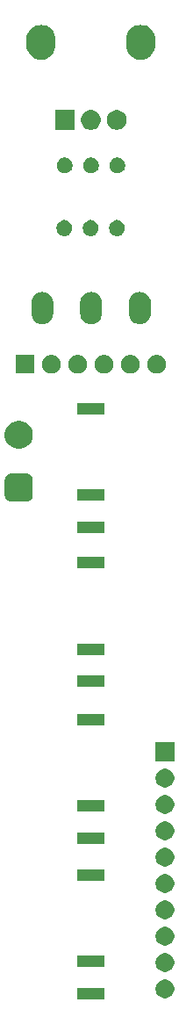
<source format=gts>
G04 #@! TF.GenerationSoftware,KiCad,Pcbnew,(5.1.5-0-10_14)*
G04 #@! TF.CreationDate,2020-08-16T11:11:37-04:00*
G04 #@! TF.ProjectId,AYOMSM - VCA Control Board,41594f4d-534d-4202-9d20-56434120436f,rev?*
G04 #@! TF.SameCoordinates,Original*
G04 #@! TF.FileFunction,Soldermask,Top*
G04 #@! TF.FilePolarity,Negative*
%FSLAX46Y46*%
G04 Gerber Fmt 4.6, Leading zero omitted, Abs format (unit mm)*
G04 Created by KiCad (PCBNEW (5.1.5-0-10_14)) date 2020-08-16 11:11:37*
%MOMM*%
%LPD*%
G04 APERTURE LIST*
%ADD10C,0.100000*%
G04 APERTURE END LIST*
D10*
G36*
X86772000Y-151811000D02*
G01*
X84170000Y-151811000D01*
X84170000Y-150709000D01*
X86772000Y-150709000D01*
X86772000Y-151811000D01*
G37*
G36*
X92760012Y-149928927D02*
G01*
X92909312Y-149958624D01*
X93073284Y-150026544D01*
X93220854Y-150125147D01*
X93346353Y-150250646D01*
X93444956Y-150398216D01*
X93512876Y-150562188D01*
X93547500Y-150736259D01*
X93547500Y-150913741D01*
X93512876Y-151087812D01*
X93444956Y-151251784D01*
X93346353Y-151399354D01*
X93220854Y-151524853D01*
X93073284Y-151623456D01*
X92909312Y-151691376D01*
X92760012Y-151721073D01*
X92735242Y-151726000D01*
X92557758Y-151726000D01*
X92532988Y-151721073D01*
X92383688Y-151691376D01*
X92219716Y-151623456D01*
X92072146Y-151524853D01*
X91946647Y-151399354D01*
X91848044Y-151251784D01*
X91780124Y-151087812D01*
X91745500Y-150913741D01*
X91745500Y-150736259D01*
X91780124Y-150562188D01*
X91848044Y-150398216D01*
X91946647Y-150250646D01*
X92072146Y-150125147D01*
X92219716Y-150026544D01*
X92383688Y-149958624D01*
X92532988Y-149928927D01*
X92557758Y-149924000D01*
X92735242Y-149924000D01*
X92760012Y-149928927D01*
G37*
G36*
X92760012Y-147388927D02*
G01*
X92909312Y-147418624D01*
X93073284Y-147486544D01*
X93220854Y-147585147D01*
X93346353Y-147710646D01*
X93444956Y-147858216D01*
X93512876Y-148022188D01*
X93547500Y-148196259D01*
X93547500Y-148373741D01*
X93512876Y-148547812D01*
X93444956Y-148711784D01*
X93346353Y-148859354D01*
X93220854Y-148984853D01*
X93073284Y-149083456D01*
X92909312Y-149151376D01*
X92760012Y-149181073D01*
X92735242Y-149186000D01*
X92557758Y-149186000D01*
X92532988Y-149181073D01*
X92383688Y-149151376D01*
X92219716Y-149083456D01*
X92072146Y-148984853D01*
X91946647Y-148859354D01*
X91848044Y-148711784D01*
X91780124Y-148547812D01*
X91745500Y-148373741D01*
X91745500Y-148196259D01*
X91780124Y-148022188D01*
X91848044Y-147858216D01*
X91946647Y-147710646D01*
X92072146Y-147585147D01*
X92219716Y-147486544D01*
X92383688Y-147418624D01*
X92532988Y-147388927D01*
X92557758Y-147384000D01*
X92735242Y-147384000D01*
X92760012Y-147388927D01*
G37*
G36*
X86772000Y-148711000D02*
G01*
X84170000Y-148711000D01*
X84170000Y-147609000D01*
X86772000Y-147609000D01*
X86772000Y-148711000D01*
G37*
G36*
X92760012Y-144848927D02*
G01*
X92909312Y-144878624D01*
X93073284Y-144946544D01*
X93220854Y-145045147D01*
X93346353Y-145170646D01*
X93444956Y-145318216D01*
X93512876Y-145482188D01*
X93547500Y-145656259D01*
X93547500Y-145833741D01*
X93512876Y-146007812D01*
X93444956Y-146171784D01*
X93346353Y-146319354D01*
X93220854Y-146444853D01*
X93073284Y-146543456D01*
X92909312Y-146611376D01*
X92760012Y-146641073D01*
X92735242Y-146646000D01*
X92557758Y-146646000D01*
X92532988Y-146641073D01*
X92383688Y-146611376D01*
X92219716Y-146543456D01*
X92072146Y-146444853D01*
X91946647Y-146319354D01*
X91848044Y-146171784D01*
X91780124Y-146007812D01*
X91745500Y-145833741D01*
X91745500Y-145656259D01*
X91780124Y-145482188D01*
X91848044Y-145318216D01*
X91946647Y-145170646D01*
X92072146Y-145045147D01*
X92219716Y-144946544D01*
X92383688Y-144878624D01*
X92532988Y-144848927D01*
X92557758Y-144844000D01*
X92735242Y-144844000D01*
X92760012Y-144848927D01*
G37*
G36*
X92760012Y-142308927D02*
G01*
X92909312Y-142338624D01*
X93073284Y-142406544D01*
X93220854Y-142505147D01*
X93346353Y-142630646D01*
X93444956Y-142778216D01*
X93512876Y-142942188D01*
X93547500Y-143116259D01*
X93547500Y-143293741D01*
X93512876Y-143467812D01*
X93444956Y-143631784D01*
X93346353Y-143779354D01*
X93220854Y-143904853D01*
X93073284Y-144003456D01*
X92909312Y-144071376D01*
X92760012Y-144101073D01*
X92735242Y-144106000D01*
X92557758Y-144106000D01*
X92532988Y-144101073D01*
X92383688Y-144071376D01*
X92219716Y-144003456D01*
X92072146Y-143904853D01*
X91946647Y-143779354D01*
X91848044Y-143631784D01*
X91780124Y-143467812D01*
X91745500Y-143293741D01*
X91745500Y-143116259D01*
X91780124Y-142942188D01*
X91848044Y-142778216D01*
X91946647Y-142630646D01*
X92072146Y-142505147D01*
X92219716Y-142406544D01*
X92383688Y-142338624D01*
X92532988Y-142308927D01*
X92557758Y-142304000D01*
X92735242Y-142304000D01*
X92760012Y-142308927D01*
G37*
G36*
X92760012Y-139768927D02*
G01*
X92909312Y-139798624D01*
X93073284Y-139866544D01*
X93220854Y-139965147D01*
X93346353Y-140090646D01*
X93444956Y-140238216D01*
X93512876Y-140402188D01*
X93547500Y-140576259D01*
X93547500Y-140753741D01*
X93512876Y-140927812D01*
X93444956Y-141091784D01*
X93346353Y-141239354D01*
X93220854Y-141364853D01*
X93073284Y-141463456D01*
X92909312Y-141531376D01*
X92760012Y-141561073D01*
X92735242Y-141566000D01*
X92557758Y-141566000D01*
X92532988Y-141561073D01*
X92383688Y-141531376D01*
X92219716Y-141463456D01*
X92072146Y-141364853D01*
X91946647Y-141239354D01*
X91848044Y-141091784D01*
X91780124Y-140927812D01*
X91745500Y-140753741D01*
X91745500Y-140576259D01*
X91780124Y-140402188D01*
X91848044Y-140238216D01*
X91946647Y-140090646D01*
X92072146Y-139965147D01*
X92219716Y-139866544D01*
X92383688Y-139798624D01*
X92532988Y-139768927D01*
X92557758Y-139764000D01*
X92735242Y-139764000D01*
X92760012Y-139768927D01*
G37*
G36*
X86772000Y-140411000D02*
G01*
X84170000Y-140411000D01*
X84170000Y-139309000D01*
X86772000Y-139309000D01*
X86772000Y-140411000D01*
G37*
G36*
X92760012Y-137228927D02*
G01*
X92909312Y-137258624D01*
X93073284Y-137326544D01*
X93220854Y-137425147D01*
X93346353Y-137550646D01*
X93444956Y-137698216D01*
X93512876Y-137862188D01*
X93547500Y-138036259D01*
X93547500Y-138213741D01*
X93512876Y-138387812D01*
X93444956Y-138551784D01*
X93346353Y-138699354D01*
X93220854Y-138824853D01*
X93073284Y-138923456D01*
X92909312Y-138991376D01*
X92760012Y-139021073D01*
X92735242Y-139026000D01*
X92557758Y-139026000D01*
X92532988Y-139021073D01*
X92383688Y-138991376D01*
X92219716Y-138923456D01*
X92072146Y-138824853D01*
X91946647Y-138699354D01*
X91848044Y-138551784D01*
X91780124Y-138387812D01*
X91745500Y-138213741D01*
X91745500Y-138036259D01*
X91780124Y-137862188D01*
X91848044Y-137698216D01*
X91946647Y-137550646D01*
X92072146Y-137425147D01*
X92219716Y-137326544D01*
X92383688Y-137258624D01*
X92532988Y-137228927D01*
X92557758Y-137224000D01*
X92735242Y-137224000D01*
X92760012Y-137228927D01*
G37*
G36*
X86772000Y-136825000D02*
G01*
X84170000Y-136825000D01*
X84170000Y-135723000D01*
X86772000Y-135723000D01*
X86772000Y-136825000D01*
G37*
G36*
X92760012Y-134688927D02*
G01*
X92909312Y-134718624D01*
X93073284Y-134786544D01*
X93220854Y-134885147D01*
X93346353Y-135010646D01*
X93444956Y-135158216D01*
X93512876Y-135322188D01*
X93547500Y-135496259D01*
X93547500Y-135673741D01*
X93512876Y-135847812D01*
X93444956Y-136011784D01*
X93346353Y-136159354D01*
X93220854Y-136284853D01*
X93073284Y-136383456D01*
X92909312Y-136451376D01*
X92760012Y-136481073D01*
X92735242Y-136486000D01*
X92557758Y-136486000D01*
X92532988Y-136481073D01*
X92383688Y-136451376D01*
X92219716Y-136383456D01*
X92072146Y-136284853D01*
X91946647Y-136159354D01*
X91848044Y-136011784D01*
X91780124Y-135847812D01*
X91745500Y-135673741D01*
X91745500Y-135496259D01*
X91780124Y-135322188D01*
X91848044Y-135158216D01*
X91946647Y-135010646D01*
X92072146Y-134885147D01*
X92219716Y-134786544D01*
X92383688Y-134718624D01*
X92532988Y-134688927D01*
X92557758Y-134684000D01*
X92735242Y-134684000D01*
X92760012Y-134688927D01*
G37*
G36*
X92760012Y-132148927D02*
G01*
X92909312Y-132178624D01*
X93073284Y-132246544D01*
X93220854Y-132345147D01*
X93346353Y-132470646D01*
X93444956Y-132618216D01*
X93512876Y-132782188D01*
X93547500Y-132956259D01*
X93547500Y-133133741D01*
X93512876Y-133307812D01*
X93444956Y-133471784D01*
X93346353Y-133619354D01*
X93220854Y-133744853D01*
X93073284Y-133843456D01*
X92909312Y-133911376D01*
X92760012Y-133941073D01*
X92735242Y-133946000D01*
X92557758Y-133946000D01*
X92532988Y-133941073D01*
X92383688Y-133911376D01*
X92219716Y-133843456D01*
X92072146Y-133744853D01*
X91946647Y-133619354D01*
X91848044Y-133471784D01*
X91780124Y-133307812D01*
X91745500Y-133133741D01*
X91745500Y-132956259D01*
X91780124Y-132782188D01*
X91848044Y-132618216D01*
X91946647Y-132470646D01*
X92072146Y-132345147D01*
X92219716Y-132246544D01*
X92383688Y-132178624D01*
X92532988Y-132148927D01*
X92557758Y-132144000D01*
X92735242Y-132144000D01*
X92760012Y-132148927D01*
G37*
G36*
X86772000Y-133725000D02*
G01*
X84170000Y-133725000D01*
X84170000Y-132623000D01*
X86772000Y-132623000D01*
X86772000Y-133725000D01*
G37*
G36*
X92760012Y-129608927D02*
G01*
X92909312Y-129638624D01*
X93073284Y-129706544D01*
X93220854Y-129805147D01*
X93346353Y-129930646D01*
X93444956Y-130078216D01*
X93512876Y-130242188D01*
X93547500Y-130416259D01*
X93547500Y-130593741D01*
X93512876Y-130767812D01*
X93444956Y-130931784D01*
X93346353Y-131079354D01*
X93220854Y-131204853D01*
X93073284Y-131303456D01*
X92909312Y-131371376D01*
X92760012Y-131401073D01*
X92735242Y-131406000D01*
X92557758Y-131406000D01*
X92532988Y-131401073D01*
X92383688Y-131371376D01*
X92219716Y-131303456D01*
X92072146Y-131204853D01*
X91946647Y-131079354D01*
X91848044Y-130931784D01*
X91780124Y-130767812D01*
X91745500Y-130593741D01*
X91745500Y-130416259D01*
X91780124Y-130242188D01*
X91848044Y-130078216D01*
X91946647Y-129930646D01*
X92072146Y-129805147D01*
X92219716Y-129706544D01*
X92383688Y-129638624D01*
X92532988Y-129608927D01*
X92557758Y-129604000D01*
X92735242Y-129604000D01*
X92760012Y-129608927D01*
G37*
G36*
X93547500Y-128866000D02*
G01*
X91745500Y-128866000D01*
X91745500Y-127064000D01*
X93547500Y-127064000D01*
X93547500Y-128866000D01*
G37*
G36*
X86772000Y-125425000D02*
G01*
X84170000Y-125425000D01*
X84170000Y-124323000D01*
X86772000Y-124323000D01*
X86772000Y-125425000D01*
G37*
G36*
X86772000Y-121712000D02*
G01*
X84170000Y-121712000D01*
X84170000Y-120610000D01*
X86772000Y-120610000D01*
X86772000Y-121712000D01*
G37*
G36*
X86772000Y-118612000D02*
G01*
X84170000Y-118612000D01*
X84170000Y-117510000D01*
X86772000Y-117510000D01*
X86772000Y-118612000D01*
G37*
G36*
X86772000Y-110312000D02*
G01*
X84170000Y-110312000D01*
X84170000Y-109210000D01*
X86772000Y-109210000D01*
X86772000Y-110312000D01*
G37*
G36*
X86772000Y-106853000D02*
G01*
X84170000Y-106853000D01*
X84170000Y-105751000D01*
X86772000Y-105751000D01*
X86772000Y-106853000D01*
G37*
G36*
X79406973Y-101150371D02*
G01*
X79521853Y-101185220D01*
X79627728Y-101241811D01*
X79720529Y-101317971D01*
X79796689Y-101410772D01*
X79853280Y-101516647D01*
X79888129Y-101631527D01*
X79900500Y-101757140D01*
X79900500Y-103220860D01*
X79888129Y-103346473D01*
X79853280Y-103461353D01*
X79796689Y-103567228D01*
X79720529Y-103660029D01*
X79627728Y-103736189D01*
X79521853Y-103792780D01*
X79406973Y-103827629D01*
X79281360Y-103840000D01*
X77817640Y-103840000D01*
X77692027Y-103827629D01*
X77577147Y-103792780D01*
X77471272Y-103736189D01*
X77378471Y-103660029D01*
X77302311Y-103567228D01*
X77245720Y-103461353D01*
X77210871Y-103346473D01*
X77198500Y-103220860D01*
X77198500Y-101757140D01*
X77210871Y-101631527D01*
X77245720Y-101516647D01*
X77302311Y-101410772D01*
X77378471Y-101317971D01*
X77471272Y-101241811D01*
X77577147Y-101185220D01*
X77692027Y-101150371D01*
X77817640Y-101138000D01*
X79281360Y-101138000D01*
X79406973Y-101150371D01*
G37*
G36*
X86772000Y-103753000D02*
G01*
X84170000Y-103753000D01*
X84170000Y-102651000D01*
X86772000Y-102651000D01*
X86772000Y-103753000D01*
G37*
G36*
X78943572Y-96109918D02*
G01*
X79189439Y-96211759D01*
X79410712Y-96359610D01*
X79598890Y-96547788D01*
X79746741Y-96769061D01*
X79848582Y-97014928D01*
X79900500Y-97275938D01*
X79900500Y-97542062D01*
X79848582Y-97803072D01*
X79746741Y-98048939D01*
X79598890Y-98270212D01*
X79410712Y-98458390D01*
X79189439Y-98606241D01*
X79189438Y-98606242D01*
X79189437Y-98606242D01*
X78943572Y-98708082D01*
X78682563Y-98760000D01*
X78416437Y-98760000D01*
X78155428Y-98708082D01*
X77909563Y-98606242D01*
X77909562Y-98606242D01*
X77909561Y-98606241D01*
X77688288Y-98458390D01*
X77500110Y-98270212D01*
X77352259Y-98048939D01*
X77250418Y-97803072D01*
X77198500Y-97542062D01*
X77198500Y-97275938D01*
X77250418Y-97014928D01*
X77352259Y-96769061D01*
X77500110Y-96547788D01*
X77688288Y-96359610D01*
X77909561Y-96211759D01*
X78155428Y-96109918D01*
X78416437Y-96058000D01*
X78682563Y-96058000D01*
X78943572Y-96109918D01*
G37*
G36*
X86772000Y-95453000D02*
G01*
X84170000Y-95453000D01*
X84170000Y-94351000D01*
X86772000Y-94351000D01*
X86772000Y-95453000D01*
G37*
G36*
X89423512Y-89718427D02*
G01*
X89572812Y-89748124D01*
X89736784Y-89816044D01*
X89884354Y-89914647D01*
X90009853Y-90040146D01*
X90108456Y-90187716D01*
X90176376Y-90351688D01*
X90211000Y-90525759D01*
X90211000Y-90703241D01*
X90176376Y-90877312D01*
X90108456Y-91041284D01*
X90009853Y-91188854D01*
X89884354Y-91314353D01*
X89736784Y-91412956D01*
X89572812Y-91480876D01*
X89423512Y-91510573D01*
X89398742Y-91515500D01*
X89221258Y-91515500D01*
X89196488Y-91510573D01*
X89047188Y-91480876D01*
X88883216Y-91412956D01*
X88735646Y-91314353D01*
X88610147Y-91188854D01*
X88511544Y-91041284D01*
X88443624Y-90877312D01*
X88409000Y-90703241D01*
X88409000Y-90525759D01*
X88443624Y-90351688D01*
X88511544Y-90187716D01*
X88610147Y-90040146D01*
X88735646Y-89914647D01*
X88883216Y-89816044D01*
X89047188Y-89748124D01*
X89196488Y-89718427D01*
X89221258Y-89713500D01*
X89398742Y-89713500D01*
X89423512Y-89718427D01*
G37*
G36*
X91963512Y-89718427D02*
G01*
X92112812Y-89748124D01*
X92276784Y-89816044D01*
X92424354Y-89914647D01*
X92549853Y-90040146D01*
X92648456Y-90187716D01*
X92716376Y-90351688D01*
X92751000Y-90525759D01*
X92751000Y-90703241D01*
X92716376Y-90877312D01*
X92648456Y-91041284D01*
X92549853Y-91188854D01*
X92424354Y-91314353D01*
X92276784Y-91412956D01*
X92112812Y-91480876D01*
X91963512Y-91510573D01*
X91938742Y-91515500D01*
X91761258Y-91515500D01*
X91736488Y-91510573D01*
X91587188Y-91480876D01*
X91423216Y-91412956D01*
X91275646Y-91314353D01*
X91150147Y-91188854D01*
X91051544Y-91041284D01*
X90983624Y-90877312D01*
X90949000Y-90703241D01*
X90949000Y-90525759D01*
X90983624Y-90351688D01*
X91051544Y-90187716D01*
X91150147Y-90040146D01*
X91275646Y-89914647D01*
X91423216Y-89816044D01*
X91587188Y-89748124D01*
X91736488Y-89718427D01*
X91761258Y-89713500D01*
X91938742Y-89713500D01*
X91963512Y-89718427D01*
G37*
G36*
X86883512Y-89718427D02*
G01*
X87032812Y-89748124D01*
X87196784Y-89816044D01*
X87344354Y-89914647D01*
X87469853Y-90040146D01*
X87568456Y-90187716D01*
X87636376Y-90351688D01*
X87671000Y-90525759D01*
X87671000Y-90703241D01*
X87636376Y-90877312D01*
X87568456Y-91041284D01*
X87469853Y-91188854D01*
X87344354Y-91314353D01*
X87196784Y-91412956D01*
X87032812Y-91480876D01*
X86883512Y-91510573D01*
X86858742Y-91515500D01*
X86681258Y-91515500D01*
X86656488Y-91510573D01*
X86507188Y-91480876D01*
X86343216Y-91412956D01*
X86195646Y-91314353D01*
X86070147Y-91188854D01*
X85971544Y-91041284D01*
X85903624Y-90877312D01*
X85869000Y-90703241D01*
X85869000Y-90525759D01*
X85903624Y-90351688D01*
X85971544Y-90187716D01*
X86070147Y-90040146D01*
X86195646Y-89914647D01*
X86343216Y-89816044D01*
X86507188Y-89748124D01*
X86656488Y-89718427D01*
X86681258Y-89713500D01*
X86858742Y-89713500D01*
X86883512Y-89718427D01*
G37*
G36*
X84343512Y-89718427D02*
G01*
X84492812Y-89748124D01*
X84656784Y-89816044D01*
X84804354Y-89914647D01*
X84929853Y-90040146D01*
X85028456Y-90187716D01*
X85096376Y-90351688D01*
X85131000Y-90525759D01*
X85131000Y-90703241D01*
X85096376Y-90877312D01*
X85028456Y-91041284D01*
X84929853Y-91188854D01*
X84804354Y-91314353D01*
X84656784Y-91412956D01*
X84492812Y-91480876D01*
X84343512Y-91510573D01*
X84318742Y-91515500D01*
X84141258Y-91515500D01*
X84116488Y-91510573D01*
X83967188Y-91480876D01*
X83803216Y-91412956D01*
X83655646Y-91314353D01*
X83530147Y-91188854D01*
X83431544Y-91041284D01*
X83363624Y-90877312D01*
X83329000Y-90703241D01*
X83329000Y-90525759D01*
X83363624Y-90351688D01*
X83431544Y-90187716D01*
X83530147Y-90040146D01*
X83655646Y-89914647D01*
X83803216Y-89816044D01*
X83967188Y-89748124D01*
X84116488Y-89718427D01*
X84141258Y-89713500D01*
X84318742Y-89713500D01*
X84343512Y-89718427D01*
G37*
G36*
X81803512Y-89718427D02*
G01*
X81952812Y-89748124D01*
X82116784Y-89816044D01*
X82264354Y-89914647D01*
X82389853Y-90040146D01*
X82488456Y-90187716D01*
X82556376Y-90351688D01*
X82591000Y-90525759D01*
X82591000Y-90703241D01*
X82556376Y-90877312D01*
X82488456Y-91041284D01*
X82389853Y-91188854D01*
X82264354Y-91314353D01*
X82116784Y-91412956D01*
X81952812Y-91480876D01*
X81803512Y-91510573D01*
X81778742Y-91515500D01*
X81601258Y-91515500D01*
X81576488Y-91510573D01*
X81427188Y-91480876D01*
X81263216Y-91412956D01*
X81115646Y-91314353D01*
X80990147Y-91188854D01*
X80891544Y-91041284D01*
X80823624Y-90877312D01*
X80789000Y-90703241D01*
X80789000Y-90525759D01*
X80823624Y-90351688D01*
X80891544Y-90187716D01*
X80990147Y-90040146D01*
X81115646Y-89914647D01*
X81263216Y-89816044D01*
X81427188Y-89748124D01*
X81576488Y-89718427D01*
X81601258Y-89713500D01*
X81778742Y-89713500D01*
X81803512Y-89718427D01*
G37*
G36*
X80051000Y-91515500D02*
G01*
X78249000Y-91515500D01*
X78249000Y-89713500D01*
X80051000Y-89713500D01*
X80051000Y-91515500D01*
G37*
G36*
X81028832Y-83654007D02*
G01*
X81226946Y-83714105D01*
X81226949Y-83714106D01*
X81323775Y-83765861D01*
X81409529Y-83811697D01*
X81569565Y-83943035D01*
X81700903Y-84103071D01*
X81746739Y-84188825D01*
X81798494Y-84285651D01*
X81798495Y-84285654D01*
X81858593Y-84483768D01*
X81873800Y-84638170D01*
X81873800Y-85741430D01*
X81858593Y-85895832D01*
X81798495Y-86093945D01*
X81798494Y-86093949D01*
X81746739Y-86190775D01*
X81700903Y-86276529D01*
X81569565Y-86436565D01*
X81409529Y-86567903D01*
X81292830Y-86630279D01*
X81226948Y-86665494D01*
X81226945Y-86665495D01*
X81028831Y-86725593D01*
X80822800Y-86745885D01*
X80616768Y-86725593D01*
X80418654Y-86665495D01*
X80418651Y-86665494D01*
X80321825Y-86613739D01*
X80236071Y-86567903D01*
X80076035Y-86436565D01*
X79944697Y-86276529D01*
X79847107Y-86093949D01*
X79847106Y-86093948D01*
X79847105Y-86093945D01*
X79787007Y-85895831D01*
X79771800Y-85741429D01*
X79771800Y-84638169D01*
X79787007Y-84483770D01*
X79847105Y-84285653D01*
X79921984Y-84145565D01*
X79944698Y-84103071D01*
X80076036Y-83943035D01*
X80236072Y-83811697D01*
X80321826Y-83765861D01*
X80418652Y-83714106D01*
X80418655Y-83714105D01*
X80616769Y-83654007D01*
X80822800Y-83633715D01*
X81028832Y-83654007D01*
G37*
G36*
X85728832Y-83654007D02*
G01*
X85926946Y-83714105D01*
X85926949Y-83714106D01*
X86023775Y-83765861D01*
X86109529Y-83811697D01*
X86269565Y-83943035D01*
X86400903Y-84103071D01*
X86446739Y-84188825D01*
X86498494Y-84285651D01*
X86498495Y-84285654D01*
X86558593Y-84483768D01*
X86573800Y-84638170D01*
X86573800Y-85741430D01*
X86558593Y-85895832D01*
X86498495Y-86093945D01*
X86498494Y-86093949D01*
X86446739Y-86190775D01*
X86400903Y-86276529D01*
X86269565Y-86436565D01*
X86109529Y-86567903D01*
X85992830Y-86630279D01*
X85926948Y-86665494D01*
X85926945Y-86665495D01*
X85728831Y-86725593D01*
X85522800Y-86745885D01*
X85316768Y-86725593D01*
X85118654Y-86665495D01*
X85118651Y-86665494D01*
X85021825Y-86613739D01*
X84936071Y-86567903D01*
X84776035Y-86436565D01*
X84644697Y-86276529D01*
X84547107Y-86093949D01*
X84547106Y-86093948D01*
X84547105Y-86093945D01*
X84487007Y-85895831D01*
X84471800Y-85741429D01*
X84471800Y-84638169D01*
X84487007Y-84483770D01*
X84547105Y-84285653D01*
X84621984Y-84145565D01*
X84644698Y-84103071D01*
X84776036Y-83943035D01*
X84936072Y-83811697D01*
X85021826Y-83765861D01*
X85118652Y-83714106D01*
X85118655Y-83714105D01*
X85316769Y-83654007D01*
X85522800Y-83633715D01*
X85728832Y-83654007D01*
G37*
G36*
X90428832Y-83654007D02*
G01*
X90626946Y-83714105D01*
X90626949Y-83714106D01*
X90723775Y-83765861D01*
X90809529Y-83811697D01*
X90969565Y-83943035D01*
X91100903Y-84103071D01*
X91146739Y-84188825D01*
X91198494Y-84285651D01*
X91198495Y-84285654D01*
X91258593Y-84483768D01*
X91273800Y-84638170D01*
X91273800Y-85741430D01*
X91258593Y-85895832D01*
X91198495Y-86093945D01*
X91198494Y-86093949D01*
X91146739Y-86190775D01*
X91100903Y-86276529D01*
X90969565Y-86436565D01*
X90809529Y-86567903D01*
X90692830Y-86630279D01*
X90626948Y-86665494D01*
X90626945Y-86665495D01*
X90428831Y-86725593D01*
X90222800Y-86745885D01*
X90016768Y-86725593D01*
X89818654Y-86665495D01*
X89818651Y-86665494D01*
X89721825Y-86613739D01*
X89636071Y-86567903D01*
X89476035Y-86436565D01*
X89344697Y-86276529D01*
X89247107Y-86093949D01*
X89247106Y-86093948D01*
X89247105Y-86093945D01*
X89187007Y-85895831D01*
X89171800Y-85741429D01*
X89171800Y-84638169D01*
X89187007Y-84483770D01*
X89247105Y-84285653D01*
X89321984Y-84145565D01*
X89344698Y-84103071D01*
X89476036Y-83943035D01*
X89636072Y-83811697D01*
X89721826Y-83765861D01*
X89818652Y-83714106D01*
X89818655Y-83714105D01*
X90016769Y-83654007D01*
X90222800Y-83633715D01*
X90428832Y-83654007D01*
G37*
G36*
X88155589Y-76708876D02*
G01*
X88254893Y-76728629D01*
X88395206Y-76786748D01*
X88521484Y-76871125D01*
X88628875Y-76978516D01*
X88713252Y-77104794D01*
X88771371Y-77245107D01*
X88801000Y-77394063D01*
X88801000Y-77545937D01*
X88771371Y-77694893D01*
X88713252Y-77835206D01*
X88628875Y-77961484D01*
X88521484Y-78068875D01*
X88395206Y-78153252D01*
X88254893Y-78211371D01*
X88155589Y-78231124D01*
X88105938Y-78241000D01*
X87954062Y-78241000D01*
X87904411Y-78231124D01*
X87805107Y-78211371D01*
X87664794Y-78153252D01*
X87538516Y-78068875D01*
X87431125Y-77961484D01*
X87346748Y-77835206D01*
X87288629Y-77694893D01*
X87259000Y-77545937D01*
X87259000Y-77394063D01*
X87288629Y-77245107D01*
X87346748Y-77104794D01*
X87431125Y-76978516D01*
X87538516Y-76871125D01*
X87664794Y-76786748D01*
X87805107Y-76728629D01*
X87904411Y-76708876D01*
X87954062Y-76699000D01*
X88105938Y-76699000D01*
X88155589Y-76708876D01*
G37*
G36*
X85615589Y-76708876D02*
G01*
X85714893Y-76728629D01*
X85855206Y-76786748D01*
X85981484Y-76871125D01*
X86088875Y-76978516D01*
X86173252Y-77104794D01*
X86231371Y-77245107D01*
X86261000Y-77394063D01*
X86261000Y-77545937D01*
X86231371Y-77694893D01*
X86173252Y-77835206D01*
X86088875Y-77961484D01*
X85981484Y-78068875D01*
X85855206Y-78153252D01*
X85714893Y-78211371D01*
X85615589Y-78231124D01*
X85565938Y-78241000D01*
X85414062Y-78241000D01*
X85364411Y-78231124D01*
X85265107Y-78211371D01*
X85124794Y-78153252D01*
X84998516Y-78068875D01*
X84891125Y-77961484D01*
X84806748Y-77835206D01*
X84748629Y-77694893D01*
X84719000Y-77545937D01*
X84719000Y-77394063D01*
X84748629Y-77245107D01*
X84806748Y-77104794D01*
X84891125Y-76978516D01*
X84998516Y-76871125D01*
X85124794Y-76786748D01*
X85265107Y-76728629D01*
X85364411Y-76708876D01*
X85414062Y-76699000D01*
X85565938Y-76699000D01*
X85615589Y-76708876D01*
G37*
G36*
X83075589Y-76708876D02*
G01*
X83174893Y-76728629D01*
X83315206Y-76786748D01*
X83441484Y-76871125D01*
X83548875Y-76978516D01*
X83633252Y-77104794D01*
X83691371Y-77245107D01*
X83721000Y-77394063D01*
X83721000Y-77545937D01*
X83691371Y-77694893D01*
X83633252Y-77835206D01*
X83548875Y-77961484D01*
X83441484Y-78068875D01*
X83315206Y-78153252D01*
X83174893Y-78211371D01*
X83075589Y-78231124D01*
X83025938Y-78241000D01*
X82874062Y-78241000D01*
X82824411Y-78231124D01*
X82725107Y-78211371D01*
X82584794Y-78153252D01*
X82458516Y-78068875D01*
X82351125Y-77961484D01*
X82266748Y-77835206D01*
X82208629Y-77694893D01*
X82179000Y-77545937D01*
X82179000Y-77394063D01*
X82208629Y-77245107D01*
X82266748Y-77104794D01*
X82351125Y-76978516D01*
X82458516Y-76871125D01*
X82584794Y-76786748D01*
X82725107Y-76728629D01*
X82824411Y-76708876D01*
X82874062Y-76699000D01*
X83025938Y-76699000D01*
X83075589Y-76708876D01*
G37*
G36*
X88175589Y-70676376D02*
G01*
X88274893Y-70696129D01*
X88415206Y-70754248D01*
X88541484Y-70838625D01*
X88648875Y-70946016D01*
X88733252Y-71072294D01*
X88791371Y-71212607D01*
X88821000Y-71361563D01*
X88821000Y-71513437D01*
X88791371Y-71662393D01*
X88733252Y-71802706D01*
X88648875Y-71928984D01*
X88541484Y-72036375D01*
X88415206Y-72120752D01*
X88274893Y-72178871D01*
X88175589Y-72198624D01*
X88125938Y-72208500D01*
X87974062Y-72208500D01*
X87924411Y-72198624D01*
X87825107Y-72178871D01*
X87684794Y-72120752D01*
X87558516Y-72036375D01*
X87451125Y-71928984D01*
X87366748Y-71802706D01*
X87308629Y-71662393D01*
X87279000Y-71513437D01*
X87279000Y-71361563D01*
X87308629Y-71212607D01*
X87366748Y-71072294D01*
X87451125Y-70946016D01*
X87558516Y-70838625D01*
X87684794Y-70754248D01*
X87825107Y-70696129D01*
X87924411Y-70676376D01*
X87974062Y-70666500D01*
X88125938Y-70666500D01*
X88175589Y-70676376D01*
G37*
G36*
X85635589Y-70676376D02*
G01*
X85734893Y-70696129D01*
X85875206Y-70754248D01*
X86001484Y-70838625D01*
X86108875Y-70946016D01*
X86193252Y-71072294D01*
X86251371Y-71212607D01*
X86281000Y-71361563D01*
X86281000Y-71513437D01*
X86251371Y-71662393D01*
X86193252Y-71802706D01*
X86108875Y-71928984D01*
X86001484Y-72036375D01*
X85875206Y-72120752D01*
X85734893Y-72178871D01*
X85635589Y-72198624D01*
X85585938Y-72208500D01*
X85434062Y-72208500D01*
X85384411Y-72198624D01*
X85285107Y-72178871D01*
X85144794Y-72120752D01*
X85018516Y-72036375D01*
X84911125Y-71928984D01*
X84826748Y-71802706D01*
X84768629Y-71662393D01*
X84739000Y-71513437D01*
X84739000Y-71361563D01*
X84768629Y-71212607D01*
X84826748Y-71072294D01*
X84911125Y-70946016D01*
X85018516Y-70838625D01*
X85144794Y-70754248D01*
X85285107Y-70696129D01*
X85384411Y-70676376D01*
X85434062Y-70666500D01*
X85585938Y-70666500D01*
X85635589Y-70676376D01*
G37*
G36*
X83095589Y-70676376D02*
G01*
X83194893Y-70696129D01*
X83335206Y-70754248D01*
X83461484Y-70838625D01*
X83568875Y-70946016D01*
X83653252Y-71072294D01*
X83711371Y-71212607D01*
X83741000Y-71361563D01*
X83741000Y-71513437D01*
X83711371Y-71662393D01*
X83653252Y-71802706D01*
X83568875Y-71928984D01*
X83461484Y-72036375D01*
X83335206Y-72120752D01*
X83194893Y-72178871D01*
X83095589Y-72198624D01*
X83045938Y-72208500D01*
X82894062Y-72208500D01*
X82844411Y-72198624D01*
X82745107Y-72178871D01*
X82604794Y-72120752D01*
X82478516Y-72036375D01*
X82371125Y-71928984D01*
X82286748Y-71802706D01*
X82228629Y-71662393D01*
X82199000Y-71513437D01*
X82199000Y-71361563D01*
X82228629Y-71212607D01*
X82286748Y-71072294D01*
X82371125Y-70946016D01*
X82478516Y-70838625D01*
X82604794Y-70754248D01*
X82745107Y-70696129D01*
X82844411Y-70676376D01*
X82894062Y-70666500D01*
X83045938Y-70666500D01*
X83095589Y-70676376D01*
G37*
G36*
X83951000Y-68007000D02*
G01*
X82049000Y-68007000D01*
X82049000Y-66105000D01*
X83951000Y-66105000D01*
X83951000Y-68007000D01*
G37*
G36*
X85777395Y-66141546D02*
G01*
X85950466Y-66213234D01*
X85950467Y-66213235D01*
X86106227Y-66317310D01*
X86238690Y-66449773D01*
X86238691Y-66449775D01*
X86342766Y-66605534D01*
X86414454Y-66778605D01*
X86451000Y-66962333D01*
X86451000Y-67149667D01*
X86414454Y-67333395D01*
X86342766Y-67506466D01*
X86342765Y-67506467D01*
X86238690Y-67662227D01*
X86106227Y-67794690D01*
X86027818Y-67847081D01*
X85950466Y-67898766D01*
X85777395Y-67970454D01*
X85593667Y-68007000D01*
X85406333Y-68007000D01*
X85222605Y-67970454D01*
X85049534Y-67898766D01*
X84972182Y-67847081D01*
X84893773Y-67794690D01*
X84761310Y-67662227D01*
X84657235Y-67506467D01*
X84657234Y-67506466D01*
X84585546Y-67333395D01*
X84549000Y-67149667D01*
X84549000Y-66962333D01*
X84585546Y-66778605D01*
X84657234Y-66605534D01*
X84761309Y-66449775D01*
X84761310Y-66449773D01*
X84893773Y-66317310D01*
X85049533Y-66213235D01*
X85049534Y-66213234D01*
X85222605Y-66141546D01*
X85406333Y-66105000D01*
X85593667Y-66105000D01*
X85777395Y-66141546D01*
G37*
G36*
X88277395Y-66141546D02*
G01*
X88450466Y-66213234D01*
X88450467Y-66213235D01*
X88606227Y-66317310D01*
X88738690Y-66449773D01*
X88738691Y-66449775D01*
X88842766Y-66605534D01*
X88914454Y-66778605D01*
X88951000Y-66962333D01*
X88951000Y-67149667D01*
X88914454Y-67333395D01*
X88842766Y-67506466D01*
X88842765Y-67506467D01*
X88738690Y-67662227D01*
X88606227Y-67794690D01*
X88527818Y-67847081D01*
X88450466Y-67898766D01*
X88277395Y-67970454D01*
X88093667Y-68007000D01*
X87906333Y-68007000D01*
X87722605Y-67970454D01*
X87549534Y-67898766D01*
X87472182Y-67847081D01*
X87393773Y-67794690D01*
X87261310Y-67662227D01*
X87157235Y-67506467D01*
X87157234Y-67506466D01*
X87085546Y-67333395D01*
X87049000Y-67149667D01*
X87049000Y-66962333D01*
X87085546Y-66778605D01*
X87157234Y-66605534D01*
X87261309Y-66449775D01*
X87261310Y-66449773D01*
X87393773Y-66317310D01*
X87549533Y-66213235D01*
X87549534Y-66213234D01*
X87722605Y-66141546D01*
X87906333Y-66105000D01*
X88093667Y-66105000D01*
X88277395Y-66141546D01*
G37*
G36*
X90576604Y-57905416D02*
G01*
X90842579Y-57986099D01*
X90842581Y-57986100D01*
X91087701Y-58117119D01*
X91302556Y-58293444D01*
X91478881Y-58508299D01*
X91609900Y-58753418D01*
X91609900Y-58753419D01*
X91609901Y-58753421D01*
X91690584Y-59019397D01*
X91711000Y-59226685D01*
X91711000Y-59885316D01*
X91690584Y-60092604D01*
X91609901Y-60358578D01*
X91609900Y-60358581D01*
X91478881Y-60603701D01*
X91302556Y-60818556D01*
X91087700Y-60994881D01*
X90842580Y-61125900D01*
X90842578Y-61125901D01*
X90576603Y-61206584D01*
X90300000Y-61233827D01*
X90023396Y-61206584D01*
X89757421Y-61125901D01*
X89757419Y-61125900D01*
X89512299Y-60994881D01*
X89297444Y-60818556D01*
X89121119Y-60603700D01*
X88990100Y-60358580D01*
X88990099Y-60358578D01*
X88909416Y-60092603D01*
X88889000Y-59885315D01*
X88889000Y-59226684D01*
X88909416Y-59019396D01*
X88990099Y-58753421D01*
X89121120Y-58508298D01*
X89297444Y-58293444D01*
X89512300Y-58117119D01*
X89757420Y-57986100D01*
X89757422Y-57986099D01*
X90023397Y-57905416D01*
X90300000Y-57878173D01*
X90576604Y-57905416D01*
G37*
G36*
X80976604Y-57905416D02*
G01*
X81242579Y-57986099D01*
X81242581Y-57986100D01*
X81487701Y-58117119D01*
X81702556Y-58293444D01*
X81878881Y-58508299D01*
X82009900Y-58753418D01*
X82009900Y-58753419D01*
X82009901Y-58753421D01*
X82090584Y-59019397D01*
X82111000Y-59226685D01*
X82111000Y-59885316D01*
X82090584Y-60092604D01*
X82009901Y-60358578D01*
X82009900Y-60358581D01*
X81878881Y-60603701D01*
X81702556Y-60818556D01*
X81487700Y-60994881D01*
X81242580Y-61125900D01*
X81242578Y-61125901D01*
X80976603Y-61206584D01*
X80700000Y-61233827D01*
X80423396Y-61206584D01*
X80157421Y-61125901D01*
X80157419Y-61125900D01*
X79912299Y-60994881D01*
X79697444Y-60818556D01*
X79521119Y-60603700D01*
X79390100Y-60358580D01*
X79390099Y-60358578D01*
X79309416Y-60092603D01*
X79289000Y-59885315D01*
X79289000Y-59226684D01*
X79309416Y-59019396D01*
X79390099Y-58753421D01*
X79521120Y-58508298D01*
X79697444Y-58293444D01*
X79912300Y-58117119D01*
X80157420Y-57986100D01*
X80157422Y-57986099D01*
X80423397Y-57905416D01*
X80700000Y-57878173D01*
X80976604Y-57905416D01*
G37*
M02*

</source>
